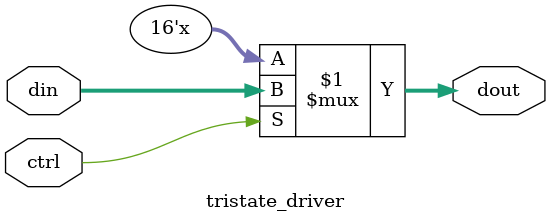
<source format=sv>

`timescale 1ns / 1ns
`default_nettype none

typedef enum {start, fetch0, fetch1, fetch2, decode, ex_ld1, ex_ld2, ex_st1, ex_st2, ex_ldi1, ex_ldi2, ex_ldi3, ex_ldi4, ex_sti1, ex_sti2, ex_sti3, ex_sti4, ex_str1, ex_str2, ex_ldr1, ex_ldr2} state_type;
typedef enum {op_add=32'h1, op_and=32'h5, op_not=32'h9, op_br=32'h0, op_jmp=32'hC, op_jsr=32'h4, op_ld=32'h2, op_ldr=32'h6, op_lea=32'hE, op_ldi=32'hA, op_st=32'h3, op_str=32'h7, op_sti=32'hB, op_rti=32'h8, op_ioe=32'hD, op_trap=32'hF} opcode_type;

module ammon_lc3 (clk, reset, memwe, mdr, mar, memOut, pc, n_flag, z_flag, p_flag, r0_out, r1_out, r2_out, r3_out, r4_out, r5_out, r6_out, r7_out);
	input logic clk, reset;
	
	output logic [15:0] mar, mdr; 
	input logic [15:0] memOut;
	output logic memwe;
	output logic n_flag, z_flag, p_flag;
	output logic [15:0] pc, r0_out, r1_out, r2_out, r3_out, r4_out, r5_out, r6_out, r7_out;

	// Signal Declarations
	logic [15:0] ir;
	logic [31:0] opcode; 
	logic ir_n, ir_z, ir_p; 
	logic take_branch; 
	state_type state, next_state; // State_type described in the "lc3_pkg" package

	// IR subsignals
	assign opcode = {28'h0, ir[15:12]};
	assign ir_n = ir[11];
	assign ir_z = ir[10];
	assign ir_p = ir[9];

	// Control Signals
	logic en_pc, en_alu, en_marmux, en_mdr, regwe, sel_marmux, 
	load_pc, load_ir, flagwe, load_mar, sel_mdr, 
	load_mdr, sel_eab1;
	logic [1:0] alu_ctl, sel_pc, sel_eab2;
	logic [2:0] dr, sr1, sr2;

	// Control Signal Integers
	integer en_pc_next, en_alu_next, en_marmux_next, en_mdr_next, regwe_next, sel_marmux_next, 
		load_pc_next, load_ir_next, flagwe_next, load_mar_next, memwe_next, sel_mdr_next, 
		load_mdr_next, sel_eab1_next;
	integer alu_ctl_next, sel_pc_next, sel_eab2_next;
	integer dr_next, sr1_next, sr2_next;


	////////// Control Logic ///////////

	// State Register
	always_ff @ (posedge clk or posedge reset) begin
		if(reset == 1'b1) begin
			state <= start;
		end else begin
			state <= next_state;
		end
	end

	// Next State Logic
	always_comb begin
		unique case(state)
			start: next_state = fetch0;
			fetch0: next_state = fetch1;
			fetch1: next_state = fetch2;
			fetch2: next_state = decode;
			decode: if(opcode == op_ld) begin //load
				next_state = ex_ld1;
			end else if(opcode == op_ldr) begin //load register
				next_state = ex_ldr1;
			end else if(opcode == op_ldi) begin //load indirect
				next_state = ex_ldi1;
			end else if(opcode == op_st) begin //store
				next_state = ex_st1;
			end else if(opcode == op_sti) begin //store indirect
				next_state = ex_sti1;
			end else if(opcode == op_str) begin //store register
				next_state = ex_str1;
			end else begin
				next_state = fetch0;
			end
			ex_ld1: next_state = ex_ld2;
			ex_st1: next_state = ex_st2;
			ex_ldi1: next_state = ex_ldi2;
			ex_ldi2: next_state = ex_ldi3;
			ex_ldi3: next_state = ex_ldi4;
			ex_sti1: next_state = ex_sti2;
			ex_sti2: next_state = ex_sti3;
			ex_sti3: next_state = ex_sti4;
			ex_ldr1: next_state = ex_ldr2;
			ex_str1: next_state = ex_str2;
			default: next_state = fetch0;
		endcase
	end

	// Control Assignments
	assign take_branch = ((ir_n & n_flag) || (ir_z & z_flag) || (ir_p & p_flag)) ? 1'b1 : 1'b0;
	assign alu_ctl = alu_ctl_next;
	assign dr = dr_next;
	assign sr1 = sr1_next;
	assign sr2 = sr2_next;
	assign sel_eab1 = sel_eab1_next;
	assign sel_eab2 = sel_eab2_next;
	assign sel_pc = sel_pc_next;
	assign en_alu = en_alu_next;
	assign regwe = regwe_next;
	assign flagwe = flagwe_next;
	assign en_marmux = en_marmux_next;
	assign sel_marmux = sel_marmux_next;
	assign en_pc = en_pc_next;
	assign load_pc = load_pc_next;
	assign load_ir = load_ir_next;
	assign load_mar = load_mar_next;
	assign load_mdr = load_mdr_next;
	assign sel_mdr = sel_mdr_next;
	assign memwe = memwe_next;
	assign en_mdr = en_mdr_next;
  
	// Output Logic
	always_comb begin
		alu_ctl_next = 2'b00;
		dr_next = ir[11:9];
		sr1_next = ir[8:6];
		sr2_next = ir[2:0];
		sel_eab1_next = 1'b0;
		sel_eab2_next = 2'b00;
		sel_pc_next = 2'b00;
		en_alu_next = 1'b0;
		regwe_next = 1'b0;
		flagwe_next = 1'b0;
		en_marmux_next = 1'b0;
		sel_marmux_next = 1'b0;
		en_pc_next = 1'b0;
		load_pc_next = 1'b0;
		load_ir_next = 1'b0;
		load_mar_next = 1'b0;
		load_mdr_next = 1'b0;
		sel_mdr_next = 1'b0;
		memwe_next = 1'b0;
		en_mdr_next = 1'b0;
		unique case(state)
			fetch0: begin
				en_pc_next = 1'b1;
				load_mar_next = 1'b1;
			end
			fetch1: begin
				load_pc_next = 1'b1;
				load_mdr_next = 1'b1;
				sel_mdr_next = 1'b1;
			end
			fetch2: begin
				load_ir_next = 1'b1;
				en_mdr_next = 1'b1;
			end
			decode: begin
				if(opcode == op_and) begin //and
					en_alu_next = 1'b1;
					regwe_next = 1'b1;
					flagwe_next = 1'b1;
					alu_ctl_next = 2'b10;
				end else if(opcode == op_add) begin //add
					en_alu_next = 1'b1;
					regwe_next = 1'b1;
					flagwe_next = 1'b1;
					alu_ctl_next = 2'b01;
				end else if(opcode == op_not) begin //not
					en_alu_next = 1'b1;
					regwe_next = 1'b1;
					flagwe_next = 1'b1;
					alu_ctl_next = 2'b11;
				end else if(opcode == op_br) begin //branch
					if(take_branch == 1'b1) begin
						load_pc_next = 1'b1;
						sel_pc_next = 2'b01;
						sel_eab2_next = 2'b10;
					end
				end else if((opcode == op_ld) || (opcode == op_st) || (opcode == op_ldi) || (opcode == op_sti)) begin //load, store, load indirect, store indirect
					en_marmux_next = 1'b1;
					load_mar_next = 1'b1;
					sel_eab2_next = 2'b10;
				end else if((opcode == op_str) || (opcode == op_ldr)) begin //store register
					en_marmux_next = 1'b1;
					load_mar_next = 1'b1;
					sel_eab2_next = 2'b01;
					sel_eab1_next = 1'b1;
				end else if(opcode == op_lea) begin //load effective address
					sel_eab2_next = 2'b10;
					regwe_next = 1'b1;
					flagwe_next = 1'b1;
					en_marmux_next = 1'b1;
				end else if(opcode == op_jmp) begin //jump, return
					load_pc_next = 1'b1;
					sel_pc_next = 2'b01;
					sel_eab1_next = 1'b1;
				end else if(opcode == op_jsr) begin //jump sub-routine
					if(ir[11] == 1'b1) begin // JSR
						regwe_next = 1'b1;
						en_pc_next = 1'b1;
						load_pc_next = 1'b1;
						sel_pc_next = 2'b01;
						dr_next = 3'b111;
						sel_eab2_next = 2'b11;
					end else begin // JSRR
						regwe_next = 1'b1;
						en_pc_next = 1'b1;
						load_pc_next = 1'b1;
						sel_pc_next = 2'b01;
						dr_next = 3'b111;
						sel_eab1_next = 1'b1;
					end
				end else if(opcode == op_trap) begin //trap
					regwe_next = 1'b1;
					en_pc_next = 1'b1;
					load_pc_next = 1'b1;
					sel_pc_next = 2'b01;
					dr_next = 3'b111;
					sel_eab2_next = 2'b10;
				end else if(opcode == op_rti || opcode == op_ioe) begin // RTI or IOE
					// Do nothing
				end else begin //any other opcode, will be ignored.
					$display("%g\tInstruction 0x%h is not supported and will be ignored", $time, opcode);
				end
			end
			ex_ld1: begin
				load_mdr_next = 1'b1;
				sel_mdr_next = 1'b1;
			end
			ex_ld2: begin
				regwe_next = 1'b1;
				flagwe_next = 1'b1;
				en_mdr_next = 1'b1;
			end
			ex_st1: begin
				en_alu_next = 1'b1;
				load_mdr_next = 1'b1;
				sr1_next = ir[11:9];
			end
			ex_st2: begin
				memwe_next = 1'b1;
			end
			ex_ldi1: begin
				load_mdr_next = 1'b1;
				sel_mdr_next = 1'b1;
			end
			ex_ldi2: begin
				load_mar_next = 1'b1;
				en_mdr_next = 1'b1;
			end
			ex_ldi3: begin
				load_mdr_next = 1'b1;
				sel_mdr_next = 1'b1;
			end
			ex_ldi4: begin
				regwe_next = 1'b1;
				flagwe_next = 1'b1;
				en_mdr_next = 1'b1;
			end
			ex_sti1: begin
				load_mdr_next = 1'b1;
				sel_mdr_next = 1'b1;
			end
			ex_sti2: begin
				load_mar_next = 1'b1;
				en_mdr_next = 1'b1;
			end
			ex_sti3: begin
				en_alu_next = 1'b1;
				load_mdr_next = 1'b1;
				sr1_next = ir[11:9];
			end
			ex_sti4: begin
				memwe_next = 1'b1;
			end
			ex_str1: begin
				en_alu_next = 1'b1;
				load_mdr_next = 1'b1;
				sr1_next = ir[11:9];
			end
			ex_str2: begin
				memwe_next = 1'b1;
			end
			ex_ldr1: begin
				load_mdr_next = 1'b1;
				sel_mdr_next = 1'b1;
			end
			ex_ldr2: begin
				regwe_next = 1'b1;
				flagwe_next = 1'b1;
				en_mdr_next = 1'b1;
			end
			default: begin
				//assert none of the control signals
			end
		endcase
	end

	ammon_lc3_datapath my_dp (.*);
  
endmodule

module ammon_lc3_datapath(clk, reset, alu_ctl, sr1, sr2, dr, sel_pc, sel_eab2, en_alu, regwe, 
		en_marmux, sel_marmux, sel_eab1, en_pc, load_pc, load_ir, load_mar, load_mdr, 
		sel_mdr, memwe, en_mdr, flagwe, ir, n_flag, z_flag, p_flag, mar, mdr, memOut, pc, r0_out, r1_out, r2_out, r3_out, r4_out, r5_out, r6_out, r7_out);

	//Ports
	input logic clk, reset, en_alu, regwe, en_marmux, sel_marmux, sel_eab1, en_pc, load_pc, 
		load_ir, load_mar, load_mdr, sel_mdr, memwe, en_mdr, flagwe;
	input logic [1:0] alu_ctl, sel_pc, sel_eab2;
	input logic [2:0] sr1, sr2, dr;
	output logic [15:0] ir;
	output logic n_flag, z_flag, p_flag;
	
	output logic [15:0] mar, mdr; 
	input logic [15:0] memOut; 
	output logic [15:0] pc;
	output logic [15:0] r0_out, r1_out, r2_out, r3_out, r4_out, r5_out, r6_out, r7_out;

	//Internal Signals
	wire [15:0] buss;
	logic [5:0] immediate;
	logic [15:0] rb, ra, eab_out, marmux_out;
	logic [15:0] eab_arg1, eab_arg2, eab_ir11, eab_ir9, eab_ir6;
	logic [15:0] alu_out;
	logic [15:0] arg_a, arg_b;
	logic [15:0] r0_in, r1_in, r2_in, r3_in, r4_in, r5_in, r6_in, r7_in;
	logic [15:0] marmux_ir8;
	logic [15:0] pc_next;
	logic [15:0] ir_next;

	////////////// Datapath Description ///////////////////

	assign immediate = ir[5:0];

	// EAB
	assign eab_ir11 = {{5{ir[10]}}, ir[10:0]};
	assign eab_ir9 = {{7{ir[8]}}, ir[8:0]};
	assign eab_ir6 = {{10{ir[5]}}, ir[5:0]};
	assign eab_arg1 = (sel_eab1 == 0) ? pc : ra;
	assign eab_arg2 = (sel_eab2 == 0) ? 0:
		(sel_eab2 == 2'b01) ? eab_ir6:
		(sel_eab2 == 2'b10) ? eab_ir9: eab_ir11;
	assign eab_out = eab_arg1 + eab_arg2;

	//MARMux
	assign marmux_ir8 = {{8{ir[7]}}, ir[7:0]};
	assign marmux_out = (sel_marmux == 0) ? eab_out : marmux_ir8;

	//PC
	assign pc_next = (sel_pc == 0) ? pc + 1:
		(sel_pc == 2'b01) ? eab_out: buss;
	always_ff @ (posedge clk or posedge reset) begin
		if(reset) begin
			pc <= 0;
		end else if(load_pc == 1'b1) begin
			pc <= pc_next;
		end else begin
			pc <= pc;
		end
	end

	//IR
	assign ir_next = (load_ir == 1'b1) ? buss : ir;
	always_ff @ (posedge clk or posedge reset) begin
		if(reset) begin
			ir <= 0;
		end else begin
			ir <= ir_next;
		end
	end

	//NZP Flags
	always_ff @ (posedge clk or posedge reset) begin
		if(reset) begin
			n_flag <= 1'b0;
			z_flag <= 1'b0;
			p_flag <= 1'b0;
		end else if(flagwe == 1'b1)
		begin
			if(buss[15] == 1'b1) begin
				n_flag <= 1'b1;
				z_flag <= 0;
				p_flag <= 0;
			end else if(buss == 0) begin
				n_flag <= 0;
				z_flag <= 1'b1;
				p_flag <= 0;
			end else begin
				n_flag <= 0;
				z_flag <= 0;
				p_flag <= 1'b1;
			end
		end else begin
			n_flag <= n_flag;
			z_flag <= z_flag;
			p_flag <= p_flag;
		end
	end

	//ALU
	assign arg_a = ra;
	assign arg_b = (immediate[5] == 1'b1) ? { {11{immediate[4]}}, immediate[4:0]} : rb;
	assign alu_out = (alu_ctl == 2'b00) ? arg_a:
		(alu_ctl == 2'b01) ? arg_a + arg_b:
		(alu_ctl == 2'b10) ? arg_a & arg_b: ~arg_a;

	//RegFile
	assign r0_in = (dr == 3'b000) ? buss : r0_out;
	assign r1_in = (dr == 3'b001) ? buss : r1_out;
	assign r2_in = (dr == 3'b010) ? buss : r2_out;
	assign r3_in = (dr == 3'b011) ? buss : r3_out;
	assign r4_in = (dr == 3'b100) ? buss : r4_out;
	assign r5_in = (dr == 3'b101) ? buss : r5_out;
	assign r6_in = (dr == 3'b110) ? buss : r6_out;
	assign r7_in = (dr == 3'b111) ? buss : r7_out;
	assign ra = (sr1 == 3'b000) ? r0_out:
		(sr1 == 3'b001) ? r1_out:
		(sr1 == 3'b010) ? r2_out:
		(sr1 == 3'b011) ? r3_out:
		(sr1 == 3'b100) ? r4_out:
		(sr1 == 3'b101) ? r5_out:
		(sr1 == 3'b110) ? r6_out: r7_out;
	assign rb = (sr2 == 3'b000) ? r0_out:
		(sr2 == 3'b001) ? r1_out:
		(sr2 == 3'b010) ? r2_out:
		(sr2 == 3'b011) ? r3_out:
		(sr2 == 3'b100) ? r4_out:
		(sr2 == 3'b101) ? r5_out:
		(sr2 == 3'b110) ? r6_out: r7_out;
	
	
	register_t r0 (r0_out, clk, r0_in, reset, regwe);
	register_t r1 (r1_out, clk, r1_in, reset, regwe);
	register_t r2 (r2_out, clk, r2_in, reset, regwe);
	register_t r3 (r3_out, clk, r3_in, reset, regwe);
	register_t r4 (r4_out, clk, r4_in, reset, regwe);
	register_t r5 (r5_out, clk, r5_in, reset, regwe);
	register_t r6 (r6_out, clk, r6_in, reset, regwe);
	register_t r7 (r7_out, clk, r7_in, reset, regwe);

	//Tri-state Bus Drivers
	tristate_driver pc_tsd (pc, buss, en_pc);
	tristate_driver marmux_tsd (marmux_out, buss, en_marmux);
	tristate_driver alu_tsd (alu_out, buss, en_alu);
	tristate_driver mdr_tsd (mdr, buss, en_mdr);

	//Memory
	//memory mymem(memOut, clk, reset, memwe, mdr, mar);
  
	MAR MAR0(buss, clk, reset, load_mar, mar);	  
	MDR MDR0(buss, memOut, sel_mdr, clk, reset, load_mdr, mdr);
  
endmodule

/* module memory(mdrOut, Buss, clk, reset, ldMAR, ldMDR, selMDR, memWE);
	input logic [15:0] Buss;
	input logic clk, reset, ldMAR, selMDR, ldMDR, memWE;
	output logic [15:0] mdrOut;				 
	wire [15:0] MARReg, memOut;
  
	MAR MAR0(Buss, clk, reset, ldMAR, MARReg);	  
	MDR MDR0(Buss, memOut, selMDR, clk, reset, ldMDR, mdrOut);

	logic [15:0] my_memory [0:255];
	assign memOut = my_memory[MARReg]; 	   
	always @(posedge clk) 
	begin		  	 
		if (memWE)
			my_memory[MARReg] <= mdrOut;
	end
endmodule */

module MAR(Buss, clk, reset, ldMAR, MAR);
	input logic [15:0] Buss;
	input logic clk, reset, ldMAR;
	output logic [15:0] MAR;
 
	always @(posedge clk or posedge reset) 
		if (reset == 1'b1) 										   
			MAR = 0; 
		else if (ldMAR)
			MAR = Buss;								 					
endmodule				

module MDR(Buss, memOut, selMDR, clk, reset, ldMDR, MDR);
	input logic [15:0] Buss, memOut;
	input logic clk, reset, ldMDR, selMDR;
	output logic [15:0] MDR;

	always @(posedge clk or posedge reset) 
		if (reset == 1'b1) 										   
			MDR = 0; 
		else if (ldMDR)
			MDR = selMDR?memOut:Buss;		
endmodule

module register_t(dout, clk, din, reset, load);
	input logic clk, reset, load; 
	input logic [15:0] din;
	output logic [15:0] dout;

	always @(posedge clk)
		if (reset) dout <= 16'd0; 
		else if (load) dout <= din;
endmodule

module tristate_driver ( din, dout, ctrl );
	input logic [15:0] din;
	input logic ctrl;
	output logic [15:0] dout;
	assign dout = (ctrl)? din:(16'bZZZZZZZZZZZZZZZZ);
endmodule

</source>
